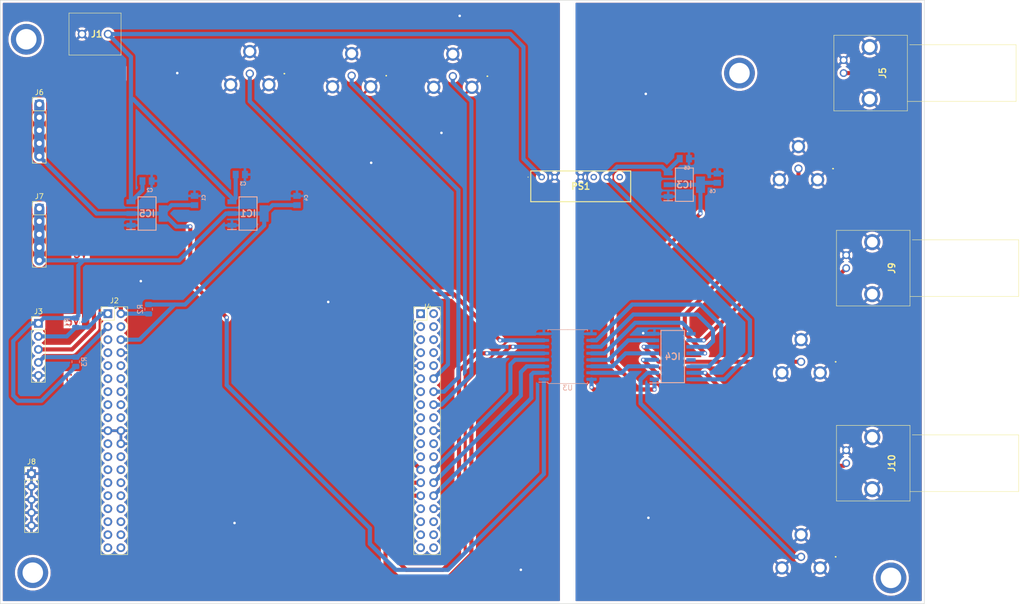
<source format=kicad_pcb>
(kicad_pcb (version 20221018) (generator pcbnew)
  (layers (0 "F.Cu" signal) (31 "B.Cu" signal) (34 "B.Paste" user) (35 "F.Paste" user) (36 "B.SilkS" user "B.Silkscreen") (37 "F.SilkS" user "F.Silkscreen") (38 "B.Mask" user) (39 "F.Mask" user) (44 "Edge.Cuts" user))
  (net 0 "")
  (net 1 "GND1")
  (net 2 "/5V_OUT")
  (net 3 "/15V")
  (net 4 "/3V3_1_OUT")
  (net 5 "GND2")
  (net 6 "/3V3_2_OUT")
  (net 7 "/COAX3")
  (net 8 "unconnected-(IC4-NC-Pad13)")
  (net 9 "/COAX2")
  (net 10 "/COAX1")
  (net 11 "/HALL_A")
  (net 12 "/HALL_B")
  (net 13 "/HALL_C")
  (net 14 "/VDD")
  (net 16 "/PB8-BOOT0")
  (net 17 "/INA")
  (net 21 "/IOREF")
  (net 22 "/PA13")
  (net 24 "/PA14")
  (net 25 "/PA15")
  (net 26 "/PB7")
  (net 27 "/PC13")
  (net 28 "/VIN")
  (net 29 "/PC14")
  (net 31 "/PC15")
  (net 33 "/PF0")
  (net 35 "/PF1")
  (net 37 "/VBAT")
  (net 43 "/INB")
  (net 44 "/INC")
  (net 45 "/IND")
  (net 46 "/INE")
  (net 47 "/INF")
  (net 48 "/PC9")
  (net 50 "/PB8")
  (net 51 "/PC6")
  (net 52 "/PB9")
  (net 53 "/PC5")
  (net 54 "/AVDD")
  (net 55 "/5V_USB_CHGR")
  (net 57 "/PA5")
  (net 61 "/PA7")
  (net 63 "/PB6")
  (net 64 "/PB11")
  (net 65 "/PC7")
  (net 67 "/PB2")
  (net 68 "/CL")
  (net 69 "/BH")
  (net 70 "/CH")
  (net 71 "/AL")
  (net 72 "/BL")
  (net 73 "/AH")
  (net 76 "/PB3")
  (net 77 "/15V_ISO")
  (net 78 "/PC4")
  (net 79 "/PC4{slash}PA2")
  (net 81 "/PC5{slash}PA3")
  (net 85 "/COAX4")
  (net 86 "/COAX5")
  (net 87 "/COAX6")
  (net 88 "/ERR1")
  (net 89 "/ERR2")
  (net 90 "/ERR3")
  (footprint "Importés:52211232" (layer "F.Cu") (at 79.18 56.496)
    (fp_text reference "J14" hide)
    (fp_text value "5221123-2" hide)
  )
  (footprint "Importés:152271617" (layer "F.Cu") (at 195.58 91.948 -90)
    (fp_text reference "J9")
    (fp_text value "1-5227161-7" hide)
  )
  (footprint "Connector_PinHeader_2.54mm:PinHeader_1x05_P2.54mm_Vertical" (layer "F.Cu") (at 37.926 105.284)
    (fp_text reference "J3")
    (fp_text value "Conn_01x05")
  )
  (footprint "Connector_PinHeader_2.54mm:PinHeader_1x05_P2.54mm_Vertical" (layer "F.Cu") (at 36.576 134.625)
    (fp_text reference "J8")
    (fp_text value "Conn_01x05")
  )
  (footprint "Importés:52211232" (layer "F.Cu") (at 186.77 150.876)
    (fp_text reference "J12" hide)
    (fp_text value "5221123-2" hide)
  )
  (footprint "Importés:52211232" (layer "F.Cu") (at 118.804 57.004)
    (fp_text reference "J16" hide)
    (fp_text value "5221123-2" hide)
  )
  (footprint "Importés:52211232" (layer "F.Cu") (at 99.06 56.896)
    (fp_text reference "J15" hide)
    (fp_text value "5221123-2" hide)
  )
  (footprint "Importés:IQ1515SA" (layer "F.Cu") (at 136.144 76.708)
    (fp_text reference "PS1")
    (fp_text value "IQ1515SA" hide)
  )
  (footprint "Connector_PinHeader_2.54mm:PinHeader_2x19_P2.54mm_Vertical" (layer "F.Cu") (at 112.522 103.378)
    (fp_text reference "J4")
    (fp_text value "Conn_02x19_Odd_Even")
  )
  (footprint "Connector_PinHeader_2.54mm:PinHeader_1x05_P2.54mm_Vertical" (layer "F.Cu") (at 38.1 62.484)
    (fp_text reference "J6")
    (fp_text value "Conn_01x05")
  )
  (footprint "Importés:52211232" (layer "F.Cu") (at 186.262 75.056)
    (fp_text reference "J11" hide)
    (fp_text value "5221123-2" hide)
  )
  (footprint "Importés:52211232" (layer "F.Cu") (at 186.77 112.776)
    (fp_text reference "J13" hide)
    (fp_text value "5221123-2" hide)
  )
  (footprint "Connector_PinHeader_2.54mm:PinHeader_1x05_P2.54mm_Vertical" (layer "F.Cu") (at 38.1 82.804)
    (fp_text reference "J7")
    (fp_text value "Conn_01x05")
  )
  (footprint "Connector_PinHeader_2.54mm:PinHeader_2x19_P2.54mm_Vertical" (layer "F.Cu") (at 51.482 103.377)
    (fp_text reference "J2")
    (fp_text value "Conn_02x19_Odd_Even")
  )
  (footprint "Importés:152271617" (layer "F.Cu") (at 195.072 53.848 -90)
    (fp_text reference "J5")
    (fp_text value "1-5227161-7" hide)
  )
  (footprint "15Volts:2828372" (layer "F.Cu") (at 51.516 48.768 180)
    (fp_text reference "J1")
    (fp_text value "282837-2" hide)
  )
  (footprint "Importés:152271617" (layer "F.Cu") (at 195.58 130.048 -90)
    (fp_text reference "J10")
    (fp_text value "1-5227161-7" hide)
  )
  (footprint "Importés:CAPC2012X140N" (layer "B.Cu") (at 59.132 77.47)
    (fp_text reference "C2")
    (fp_text value "1uf")
  )
  (footprint "Importés:CAPC2012X140N" (layer "B.Cu") (at 68.392 81.28 90)
    (fp_text reference "C1")
    (fp_text value "2.2uf")
  )
  (footprint "Resistor_SMD:R_0805_2012Metric" (layer "B.Cu") (at 59.436 102.5125 -90)
    (fp_text reference "R2")
    (fp_text value "330R")
  )
  (footprint "Importés:CAPC2012X140N" (layer "B.Cu") (at 170.42 76.92 90)
    (fp_text reference "C6")
    (fp_text value "2.2uf")
  )
  (footprint "Importés:CAPC2012X140N" (layer "B.Cu") (at 88.392 81.28 90)
    (fp_text reference "C4")
    (fp_text value "2.2uf")
  )
  (footprint "Importés:CD4010BNSR" (layer "B.Cu") (at 161.72 111.76)
    (fp_text reference "IC4")
    (fp_text value "CD4010BNSR" hide)
  )
  (footprint "Package_SO:SOIC-16W_7.5x10.3mm_P1.27mm" (layer "B.Cu") (at 141.224 111.76)
    (fp_text reference "U3")
    (fp_text value "ISO7760DW")
  )
  (footprint "Importés:CAPC2012X140N" (layer "B.Cu") (at 77.332 76.2)
    (fp_text reference "C3")
    (fp_text value "1uf")
  )
  (footprint "Resistor_SMD:R_0805_2012Metric" (layer "B.Cu") (at 45.212 112.776 90)
    (fp_text reference "R3")
    (fp_text value "330R")
  )
  (footprint "Importés:CAPC2012X140N" (layer "B.Cu") (at 163.99 73.11)
    (fp_text reference "C5")
    (fp_text value "1uf")
  )
  (footprint "Resistor_SMD:R_0805_2012Metric" (layer "B.Cu") (at 45.212 105.156 -90)
    (fp_text reference "R1")
    (fp_text value "330R")
  )
  (footprint "Importés:TLV76133DCYR" (layer "B.Cu") (at 59.132 83.82)
    (fp_text reference "IC5")
    (fp_text value "TLV76133DCYR" hide)
  )
  (footprint "Importés:TLV76150DCYR" (layer "B.Cu") (at 78.842 83.82)
    (fp_text reference "IC1")
    (fp_text value "TLV76150DCYR" hide)
  )
  (footprint "Importés:TLV76133DCYR" (layer "B.Cu") (at 163.99 78.19)
    (fp_text reference "IC3")
    (fp_text value "TLV76133DCYR" hide)
  )
  (gr_line (start 210.82 42.164) (end 30.48 42.164) (stroke (width 0.1)) (layer "Edge.Cuts"))
  (gr_line (start 30.48 160.02) (end 210.82 160.02) (stroke (width 0.1)) (layer "Edge.Cuts"))
  (gr_line (start 210.82 160.02) (end 210.82 42.164) (stroke (width 0.1)) (layer "Edge.Cuts"))
  (gr_line (start 30.48 42.164) (end 30.48 160.02) (stroke (width 0.1)) (layer "Edge.Cuts"))
  (gr_text "GND" (at 43.006 116.968) (layer "F.Cu") (effects (font (size 1.5 1.5) (thickness 0.3) bold) (justify left bottom)))
  (gr_text "15V" (at 50.292 57.404) (layer "F.Cu") (effects (font (size 1.5 1.5) (thickness 0.3) bold) (justify left bottom)))
  (gr_text "5V" (at 44.53 92.584) (layer "F.Cu") (effects (font (size 1.5 1.5) (thickness 0.3) bold) (justify left bottom)))
  (gr_text "BL" (at 187.96 94.488) (layer "F.Cu") (effects (font (size 1.5 1.5) (thickness 0.3) bold) (justify left bottom)))
  (gr_text "3,3V" (at 43.006 72.264) (layer "F.Cu") (effects (font (size 1.5 1.5) (thickness 0.3) bold) (justify left bottom)))
  (gr_text "GND" (at 44.196 57.404) (layer "F.Cu") (effects (font (size 1.5 1.5) (thickness 0.3) bold) (justify left bottom)))
  (gr_text "5V" (at 43.006 105.792) (layer "F.Cu") (effects (font (size 1.5 1.5) (thickness 0.3) bold) (justify left bottom)))
  (gr_text "AH" (at 175.768 151.892) (layer "F.Cu") (effects (font (size 1.5 1.5) (thickness 0.3) bold) (justify left bottom)))
  (gr_text "CL" (at 187.96 57.404) (layer "F.Cu") (effects (font (size 1.5 1.5) (thickness 0.3) bold) (justify left bottom)))
  (gr_text "BH" (at 196.596 113.792) (layer "F.Cu") (effects (font (size 1.5 1.5) (thickness 0.3) bold) (justify left bottom)))
  (gr_text "CH" (at 195.58 76.2) (layer "F.Cu") (effects (font (size 1.5 1.5) (thickness 0.3) bold) (justify left bottom)))
  (gr_text "GND" (at 41.148 145.288) (layer "F.Cu") (effects (font (size 1.5 1.5) (thickness 0.3) bold) (justify left bottom)))
  (gr_text "AL" (at 188.976 136.144) (layer "F.Cu") (effects (font (size 1.5 1.5) (thickness 0.3) bold) (justify left bottom)))
  (via (at 36.83 153.9748) (size 6) (drill 4) (layers "F.Cu" "B.Cu") (net 0))
  (via (at 204.3176 154.9908) (size 6) (drill 4) (layers "F.Cu" "B.Cu") (net 0))
  (via (at 35.56 49.784) (size 6) (drill 4) (layers "F.Cu" "B.Cu") (net 0))
  (via (at 174.752 56.388) (size 6) (drill 4) (layers "F.Cu" "B.Cu") (net 0))
  (via (at 116.586 68.072) (size 0.8) (drill 0.5) (layers "F.Cu" "B.Cu") (net 1))
  (via (at 102.87 73.914) (size 0.8) (drill 0.5) (layers "F.Cu" "B.Cu") (net 1))
  (via (at 57.912 97.028) (size 0.8) (drill 0.5) (layers "F.Cu" "B.Cu") (net 1))
  (via (at 132.08 153.416) (size 0.8) (drill 0.5) (layers "F.Cu" "B.Cu") (net 1))
  (via (at 76.2 144.272) (size 0.8) (drill 0.5) (layers "F.Cu" "B.Cu") (net 1))
  (via (at 120.142 45.212) (size 0.8) (drill 0.5) (layers "F.Cu" "B.Cu") (net 1))
  (via (at 94.488 101.092) (size 0.8) (drill 0.5) (layers "F.Cu" "B.Cu") (net 1))
  (via (at 65.024 56.388) (size 0.8) (drill 0.5) (layers "F.Cu" "B.Cu") (net 1))
  (segment (start 65.398 92.964) (end 46.736 92.964) (width 0.8) (layer "B.Cu") (net 2))
  (segment (start 45.72 93.98) (end 46.736 92.964) (width 0.8) (layer "B.Cu") (net 2))
  (segment (start 88.392 82.18) (end 83.632 82.18) (width 0.8) (layer "B.Cu") (net 2))
  (segment (start 46.736 92.964) (end 38.1 92.964) (width 0.8) (layer "B.Cu") (net 2))
  (segment (start 34.036 120.396) (end 33.02 119.38) (width 0.8) (layer "B.Cu") (net 2))
  (segment (start 36.448 105.284) (end 37.926 105.284) (width 0.8) (layer "B.Cu") (net 2))
  (segment (start 54.022 108.457) (end 57.659 108.457) (width 0.8) (layer "B.Cu") (net 2))
  (segment (start 83.632 82.18) (end 81.992 83.82) (width 0.8) (layer "B.Cu") (net 2))
  (segment (start 45.212 104.2435) (end 45.72 103.7355) (width 0.8) (layer "B.Cu") (net 2))
  (segment (start 59.436 101.6) (end 66.548 101.6) (width 0.8) (layer "B.Cu") (net 2))
  (segment (start 81.992 84.74) (end 81.992 83.82) (width 0.25) (layer "B.Cu") (net 2))
  (segment (start 81.992 86.156) (end 81.992 83.82) (width 0.8) (layer "B.Cu") (net 2))
  (segment (start 45.72 103.7355) (end 45.72 93.98) (width 0.8) (layer "B.Cu") (net 2))
  (segment (start 66.548 101.6) (end 81.992 86.156) (width 0.8) (layer "B.Cu") (net 2))
  (segment (start 38.1 90.424) (end 38.1 92.964) (width 2) (layer "B.Cu") (net 2))
  (segment (start 38.1 87.884) (end 38.1 90.424) (width 2) (layer "B.Cu") (net 2))
  (segment (start 38.9665 104.2435) (end 37.926 105.284) (width 0.8) (layer "B.Cu") (net 2))
  (segment (start 38.1 82.804) (end 38.1 85.344) (width 2) (layer "B.Cu") (net 2))
  (segment (start 38.5045 120.396) (end 34.036 120.396) (width 0.8) (layer "B.Cu") (net 2))
  (segment (start 57.659 108.457) (end 64.516 101.6) (width 0.8) (layer "B.Cu") (net 2))
  (segment (start 33.02 108.712) (end 36.448 105.284) (width 0.8) (layer "B.Cu") (net 2))
  (segment (start 81.992 83.82) (end 75.692 83.82) (width 0.8) (layer "B.Cu") (net 2))
  (segment (start 33.02 119.38) (end 33.02 108.712) (width 0.8) (layer "B.Cu") (net 2))
  (segment (start 45.212 104.2435) (end 38.9665 104.2435) (width 0.8) (layer "B.Cu") (net 2))
  (segment (start 38.1 85.344) (end 38.1 87.884) (width 2) (layer "B.Cu") (net 2))
  (segment (start 74.542 83.82) (end 65.398 92.964) (width 0.8) (layer "B.Cu") (net 2))
  (segment (start 45.212 113.6885) (end 38.5045 120.396) (width 0.8) (layer "B.Cu") (net 2))
  (segment (start 75.692 83.82) (end 74.542 83.82) (width 0.8) (layer "B.Cu") (net 2))
  (segment (start 132.588 51.308) (end 132.588 73.152) (width 0.8) (layer "B.Cu") (net 3))
  (segment (start 56.352 81.52) (end 55.982 81.52) (width 0.25) (layer "B.Cu") (net 3))
  (segment (start 55.982 53.234) (end 55.982 61.468) (width 0.8) (layer "B.Cu") (net 3))
  (segment (start 55.982 65.532) (end 55.982 81.52) (width 0.8) (layer "B.Cu") (net 3))
  (segment (start 58.232 79.27) (end 55.982 81.52) (width 0.8) (layer "B.Cu") (net 3))
  (segment (start 75.692 80.772) (end 56.388 61.468) (width 0.8) (layer "B.Cu") (net 3))
  (segment (start 76.432 76.2) (end 76.432 80.78) (width 0.8) (layer "B.Cu") (net 3))
  (segment (start 56.388 61.468) (end 55.982 61.468) (width 0.8) (layer "B.Cu") (net 3))
  (segment (start 75.692 81.52) (end 75.692 80.772) (width 0.8) (layer "B.Cu") (net 3))
  (segment (start 51.516 48.768) (end 55.982 53.234) (width 0.8) (layer "B.Cu") (net 3))
  (segment (start 55.982 61.468) (end 55.982 65.532) (width 0.8) (layer "B.Cu") (net 3))
  (segment (start 130.048 48.768) (end 132.588 51.308) (width 0.8) (layer "B.Cu") (net 3))
  (segment (start 132.588 73.152) (end 136.144 76.708) (width 0.8) (layer "B.Cu") (net 3))
  (segment (start 58.232 77.47) (end 58.232 79.27) (width 0.8) (layer "B.Cu") (net 3))
  (segment (start 76.432 80.78) (end 75.692 81.52) (width 0.8) (layer "B.Cu") (net 3))
  (segment (start 51.516 48.768) (end 130.048 48.768) (width 0.8) (layer "B.Cu") (net 3))
  (segment (start 67.564 97.028) (end 67.564 86.36) (width 0.8) (layer "F.Cu") (net 4))
  (segment (start 74.676 104.14) (end 67.564 97.028) (width 0.8) (layer "F.Cu") (net 4))
  (via (at 74.676 104.14) (size 0.8) (drill 0.5) (layers "F.Cu" "B.Cu") (net 4))
  (via (at 67.564 86.36) (size 0.8) (drill 0.5) (layers "F.Cu" "B.Cu") (net 4))
  (segment (start 38.1 65.024) (end 38.1 67.564) (width 2) (layer "B.Cu") (net 4))
  (segment (start 49.276 83.82) (end 38.1 72.644) (width 0.8) (layer "B.Cu") (net 4))
  (segment (start 55.982 83.82) (end 62.282 83.82) (width 0.8) (layer "B.Cu") (net 4))
  (segment (start 68.392 82.18) (end 63.922 82.18) (width 0.8) (layer "B.Cu") (net 4))
  (segment (start 106.68 152.4) (end 102.616 148.336) (width 0.8) (layer "B.Cu") (net 4))
  (segment (start 102.616 145.288) (end 74.676 117.348) (width 0.8) (layer "B.Cu") (net 4))
  (segment (start 136.574 116.205) (end 136.574 134.698) (width 0.8) (layer "B.Cu") (net 4))
  (segment (start 67.564 86.36) (end 64.822 86.36) (width 0.8) (layer "B.Cu") (net 4))
  (segment (start 63.922 82.18) (end 62.282 83.82) (width 0.8) (layer "B.Cu") (net 4))
  (segment (start 136.574 134.698) (end 117.856 153.416) (width 0.8) (layer "B.Cu") (net 4))
  (segment (start 62.282 84.43) (end 62.282 83.82) (width 0.25) (layer "B.Cu") (net 4))
  (segment (start 38.1 62.484) (end 38.1 65.024) (width 2) (layer "B.Cu") (net 4))
  (segment (start 38.1 67.564) (end 38.1 70.104) (width 2) (layer "B.Cu") (net 4))
  (segment (start 38.1 70.104) (end 38.1 72.644) (width 2) (layer "B.Cu") (net 4))
  (segment (start 64.822 86.36) (end 62.282 83.82) (width 0.8) (layer "B.Cu") (net 4))
  (segment (start 102.616 148.336) (end 102.616 145.288) (width 0.8) (layer "B.Cu") (net 4))
  (segment (start 55.982 83.82) (end 49.276 83.82) (width 0.8) (layer "B.Cu") (net 4))
  (segment (start 117.856 153.416) (end 107.696 153.416) (width 0.8) (layer "B.Cu") (net 4))
  (segment (start 107.696 153.416) (end 106.68 152.4) (width 0.8) (layer "B.Cu") (net 4))
  (segment (start 74.676 117.348) (end 74.676 104.14) (width 0.8) (layer "B.Cu") (net 4))
  (via (at 155.956 107.188) (size 0.8) (drill 0.5) (layers "F.Cu" "B.Cu") (net 5))
  (via (at 156.464 60.452) (size 0.8) (drill 0.5) (layers "F.Cu" "B.Cu") (net 5))
  (via (at 156.972 143.256) (size 0.8) (drill 0.5) (layers "F.Cu" "B.Cu") (net 5))
  (segment (start 158.158 107.315) (end 156.083 107.315) (width 0.8) (layer "B.Cu") (net 5))
  (segment (start 156.083 107.315) (end 155.956 107.188) (width 0.8) (layer "B.Cu") (net 5))
  (segment (start 146.29 118.194) (end 158.158 118.194) (width 0.8) (layer "F.Cu") (net 6))
  (segment (start 158.158 118.194) (end 155.278 118.194) (width 0.8) (layer "F.Cu") (net 6))
  (segment (start 155.278 118.194) (end 149.86 112.776) (width 0.8) (layer "F.Cu") (net 6))
  (segment (start 145.874 117.778) (end 146.29 118.194) (width 0.8) (layer "F.Cu") (net 6))
  (segment (start 149.86 101.092) (end 167.132 83.82) (width 0.8) (layer "F.Cu") (net 6))
  (segment (start 149.86 112.776) (end 149.86 101.092) (width 0.8) (layer "F.Cu") (net 6))
  (via (at 167.132 83.82) (size 0.8) (drill 0.5) (layers "F.Cu" "B.Cu") (net 6))
  (via (at 158.158 118.194) (size 0.8) (drill 0.5) (layers "F.Cu" "B.Cu") (net 6))
  (via (at 145.874 117.778) (size 0.8) (drill 0.5) (layers "F.Cu" "B.Cu") (net 6))
  (segment (start 167.132 78.198) (end 167.14 78.19) (width 0.8) (layer "B.Cu") (net 6))
  (segment (start 170.42 77.82) (end 167.51 77.82) (width 0.8) (layer "B.Cu") (net 6))
  (segment (start 158.158 116.205) (end 158.158 118.194) (width 0.8) (layer "B.Cu") (net 6))
  (segment (start 167.132 83.82) (end 167.132 78.198) (width 0.8) (layer "B.Cu") (net 6))
  (segment (start 145.874 116.205) (end 145.874 117.778) (width 0.8) (layer "B.Cu") (net 6))
  (segment (start 160.84 78.19) (end 167.14 78.19) (width 0.8) (layer "B.Cu") (net 6))
  (segment (start 167.51 77.82) (end 167.14 78.19) (width 0.8) (layer "B.Cu") (net 6))
  (segment (start 159.004 112.776) (end 186.77 112.776) (width 0.8) (layer "F.Cu") (net 7))
  (segment (start 156.083 109.855) (end 159.004 112.776) (width 0.8) (layer "F.Cu") (net 7))
  (via (at 156.083 109.855) (size 0.8) (drill 0.5) (layers "F.Cu" "B.Cu") (net 7))
  (segment (start 158.158 109.855) (end 156.083 109.855) (width 0.8) (layer "B.Cu") (net 7))
  (segment (start 165.282 112.395) (end 164.6395 112.395) (width 0.25) (layer "B.Cu") (net 8))
  (segment (start 176.657 133.096) (end 195.072 133.096) (width 0.8) (layer "F.Cu") (net 9))
  (segment (start 155.956 112.395) (end 176.657 133.096) (width 0.8) (layer "F.Cu") (net 9))
  (segment (start 195.072 133.096) (end 195.58 132.588) (width 0.8) (layer "F.Cu") (net 9))
  (via (at 155.956 112.395) (size 0.8) (drill 0.5) (layers "F.Cu" "B.Cu") (net 9))
  (segment (start 158.158 112.395) (end 155.956 112.395) (width 0.8) (layer "B.Cu") (net 9))
  (segment (start 156.7655 114.935) (end 155.448 116.2525) (width 0.8) (layer "B.Cu") (net 10))
  (segment (start 185.42 150.876) (end 186.77 150.876) (width 0.8) (layer "B.Cu") (net 10))
  (segment (start 158.158 114.935) (end 156.7655 114.935) (width 0.8) (layer "B.Cu") (net 10))
  (segment (start 155.448 120.904) (end 185.42 150.876) (width 0.8) (layer "B.Cu") (net 10))
  (segment (start 155.448 116.2525) (end 155.448 120.904) (width 0.8) (layer "B.Cu") (net 10))
  (segment (start 43.4565 107.824) (end 45.212 106.0685) (width 0.8) (layer "B.Cu") (net 11))
  (segment (start 51.482 103.377) (end 50.292 103.377) (width 0.8) (layer "B.Cu") (net 11))
  (segment (start 47.6005 106.0685) (end 45.212 106.0685) (width 0.8) (layer "B.Cu") (net 11))
  (segment (start 50.292 103.377) (end 47.6005 106.0685) (width 0.8) (layer "B.Cu") (net 11))
  (segment (start 37.926 107.824) (end 43.4565 107.824) (width 0.8) (layer "B.Cu") (net 11))
  (segment (start 50.292 103.377) (end 49.952 103.377) (width 0.8) (layer "B.Cu") (net 11))
  (segment (start 48.768 106.091) (end 48.768 101.092) (width 0.8) (layer "F.Cu") (net 12))
  (segment (start 49.784 100.076) (end 51.923081 100.076) (width 0.8) (layer "F.Cu") (net 12))
  (segment (start 37.926 110.364) (end 44.495 110.364) (width 0.8) (layer "F.Cu") (net 12))
  (segment (start 51.923081 100.076) (end 54.022 102.174919) (width 0.8) (layer "F.Cu") (net 12))
  (segment (start 54.022 102.174919) (end 54.022 103.377) (width 0.8) (layer "F.Cu") (net 12))
  (segment (start 44.495 110.364) (end 48.768 106.091) (width 0.8) (layer "F.Cu") (net 12))
  (segment (start 48.768 101.092) (end 49.784 100.076) (width 0.8) (layer "F.Cu") (net 12))
  (segment (start 59.388 103.377) (end 59.436 103.425) (width 0.8) (layer "B.Cu") (net 12))
  (segment (start 54.022 103.377) (end 59.388 103.377) (width 0.8) (layer "B.Cu") (net 12))
  (segment (start 45.5355 111.8635) (end 45.212 111.8635) (width 0.8) (layer "B.Cu") (net 13))
  (segment (start 37.926 112.904) (end 38.9665 111.8635) (width 0.8) (layer "B.Cu") (net 13))
  (segment (start 38.9665 111.8635) (end 45.212 111.8635) (width 0.8) (layer "B.Cu") (net 13))
  (segment (start 51.482 105.917) (end 45.5355 111.8635) (width 0.8) (layer "B.Cu") (net 13))
  (segment (start 151.765 114.935) (end 153.035 113.665) (width 0.8) (layer "B.Cu") (net 17))
  (segment (start 145.874 114.935) (end 151.765 114.935) (width 0.8) (layer "B.Cu") (net 17))
  (segment (start 153.035 113.665) (end 158.158 113.665) (width 0.8) (layer "B.Cu") (net 17))
  (segment (start 145.874 113.665) (end 149.987 113.665) (width 0.8) (layer "B.Cu") (net 43))
  (segment (start 149.987 113.665) (end 152.527 111.125) (width 0.8) (layer "B.Cu") (net 43))
  (segment (start 152.527 111.125) (end 158.158 111.125) (width 0.8) (layer "B.Cu") (net 43))
  (segment (start 153.035 108.585) (end 158.158 108.585) (width 0.8) (layer "B.Cu") (net 44))
  (segment (start 145.874 112.395) (end 149.225 112.395) (width 0.8) (layer "B.Cu") (net 44))
  (segment (start 149.225 112.395) (end 153.035 108.585) (width 0.8) (layer "B.Cu") (net 44))
  (segment (start 145.874 111.125) (end 148.431366 111.125) (width 0.8) (layer "B.Cu") (net 45))
  (segment (start 154.400366 105.156) (end 163.576 105.156) (width 0.8) (layer "B.Cu") (net 45))
  (segment (start 163.576 105.156) (end 165.282 106.862) (width 0.8) (layer "B.Cu") (net 45))
  (segment (start 165.282 106.862) (end 165.282 107.315) (width 0.8) (layer "B.Cu") (net 45))
  (segment (start 148.431366 111.125) (end 154.400366 105.156) (width 0.8) (layer "B.Cu") (net 45))
  (segment (start 145.874 109.855) (end 147.701 109.855) (width 0.8) (layer "B.Cu") (net 46))
  (segment (start 147.701 109.855) (end 154.008 103.548) (width 0.8) (layer "B.Cu") (net 46))
  (segment (start 154.008 103.548) (end 166.54 103.548) (width 0.8) (layer "B.Cu") (net 46))
  (segment (start 168.529 109.855) (end 165.282 109.855) (width 0.8) (layer "B.Cu") (net 46))
  (segment (start 166.54 103.548) (end 169.588 106.596) (width 0.8) (layer "B.Cu") (net 46))
  (segment (start 169.588 108.796) (end 168.529 109.855) (width 0.8) (layer "B.Cu") (net 46))
  (segment (start 169.588 106.596) (end 169.588 108.796) (width 0.8) (layer "B.Cu") (net 46))
  (segment (start 167.132 101.6) (end 171.196 105.664) (width 0.8) (layer "B.Cu") (net 47))
  (segment (start 145.874 108.585) (end 146.831082 108.585) (width 0.8) (layer "B.Cu") (net 47))
  (segment (start 168.783 113.665) (end 165.282 113.665) (width 0.8) (layer "B.Cu") (net 47))
  (segment (start 171.196 105.664) (end 171.196 111.252) (width 0.8) (layer "B.Cu") (net 47))
  (segment (start 146.831082 108.585) (end 153.816082 101.6) (width 0.8) (layer "B.Cu") (net 47))
  (segment (start 153.816082 101.6) (end 167.132 101.6) (width 0.8) (layer "B.Cu") (net 47))
  (segment (start 165.282 113.665) (end 164.7195 113.665) (width 0.25) (layer "B.Cu") (net 47))
  (segment (start 171.196 111.252) (end 168.783 113.665) (width 0.8) (layer "B.Cu") (net 47))
  (segment (start 128.016 108.585) (end 118.999 99.568) (width 0.8) (layer "F.Cu") (net 68))
  (segment (start 110.236 99.568) (end 107.696 102.108) (width 0.8) (layer "F.Cu") (net 68))
  (segment (start 107.696 102.108) (end 107.696 129.032) (width 0.8) (layer "F.Cu") (net 68))
  (segment (start 118.999 99.568) (end 110.236 99.568) (width 0.8) (layer "F.Cu") (net 68))
  (segment (start 107.696 129.032) (end 112.522 133.858) (width 0.8) (layer "F.Cu") (net 68))
  (via (at 128.016 108.585) (size 0.8) (drill 0.5) (layers "F.Cu" "B.Cu") (net 68))
  (segment (start 128.016 108.585) (end 136.574 108.585) (width 0.8) (layer "B.Cu") (net 68))
  (segment (start 112.516415 133.858) (end 112.522 133.858) (width 1.5) (layer "B.Cu") (net 68))
  (segment (start 130.937 112.395) (end 136.574 112.395) (width 0.8) (layer "B.Cu") (net 69))
  (segment (start 130.048 118.872) (end 130.048 113.284) (width 0.8) (layer "B.Cu") (net 69))
  (segment (start 115.062 133.858) (end 130.048 118.872) (width 0.8) (layer "B.Cu") (net 69))
  (segment (start 130.048 113.284) (end 130.937 112.395) (width 0.8) (layer "B.Cu") (net 69))
  (segment (start 105.664 141.732) (end 110.998 136.398) (width 0.8) (layer "F.Cu") (net 70))
  (segment (start 130.556 109.855) (end 129.921 109.855) (width 0.8) (layer "F.Cu") (net 70))
  (segment (start 108.712 155.448) (end 105.664 152.4) (width 0.8) (layer "F.Cu") (net 70))
  (segment (start 122.428 117.348) (end 122.428 150.368) (width 0.8) (layer "F.Cu") (net 70))
  (segment (start 110.998 136.398) (end 112.522 136.398) (width 0.8) (layer "F.Cu") (net 70))
  (segment (start 105.664 152.4) (end 105.664 141.732) (width 0.8) (layer "F.Cu") (net 70))
  (segment (start 122.428 150.368) (end 117.348 155.448) (width 0.8) (layer "F.Cu") (net 70))
  (segment (start 117.348 155.448) (end 108.712 155.448) (width 0.8) (layer "F.Cu") (net 70))
  (segment (start 129.921 109.855) (end 122.428 117.348) (width 0.8) (layer "F.Cu") (net 70))
  (via (at 130.556 109.855) (size 0.8) (drill 0.5) (layers "F.Cu" "B.Cu") (net 70))
  (segment (start 136.574 109.855) (end 130.556 109.855) (width 0.8) (layer "B.Cu") (net 70))
  (segment (start 115.062 136.398) (end 132.08 119.38) (width 0.8) (layer "B.Cu") (net 71))
  (segment (start 133.223 113.665) (end 136.574 113.665) (width 0.8) (layer "B.Cu") (net 71))
  (segment (start 132.08 119.38) (end 132.08 114.808) (width 0.8) (layer "B.Cu") (net 71))
  (segment (start 132.08 114.808) (end 133.223 113.665) (width 0.8) (layer "B.Cu") (net 71))
  (segment (start 120.015 150.241) (end 116.84 153.416) (width 0.8) (layer "F.Cu") (net 72))
  (segment (start 107.696 141.732) (end 110.49 138.938) (width 0.8) (layer "F.Cu") (net 72))
  (segment (start 116.84 153.416) (end 109.728 153.416) (width 0.8) (layer "F.Cu") (net 72))
  (segment (start 120.015 114.554) (end 120.015 150.241) (width 0.8) (layer "F.Cu") (net 72))
  (segment (start 125.476 111.125) (end 123.444 111.125) (width 0.8) (layer "F.Cu") (net 72))
  (segment (start 110.49 138.938) (end 112.522 138.938) (width 0.8) (layer "F.Cu") (net 72))
  (segment (start 109.728 153.416) (end 107.696 151.384) (width 0.8) (layer "F.Cu") (net 72))
  (segment (start 107.696 151.384) (end 107.696 141.732) (width 0.8) (layer "F.Cu") (net 72))
  (segment (start 123.444 111.125) (end 120.015 114.554) (width 0.8) (layer "F.Cu") (net 72))
  (via (at 125.476 111.125) (size 0.8) (drill 0.5) (layers "F.Cu" "B.Cu") (net 72))
  (segment (start 136.574 111.125) (end 125.476 111.125) (width 0.8) (layer "B.Cu") (net 72))
  (segment (start 134.112 119.888) (end 134.112 115.316) (width 0.8) (layer "B.Cu") (net 73))
  (segment (start 115.062 138.938) (end 134.112 119.888) (width 0.8) (layer "B.Cu") (net 73))
  (segment (start 134.493 114.935) (end 136.574 114.935) (width 0.8) (layer "B.Cu") (net 73))
  (segment (start 134.112 115.316) (end 134.493 114.935) (width 0.8) (layer "B.Cu") (net 73))
  (segment (start 171.831 116.205) (end 176.784 111.252) (width 0.8) (layer "B.Cu") (net 77))
  (segment (start 165.282 116.205) (end 171.831 116.205) (width 0.8) (layer "B.Cu") (net 77))
  (segment (start 163.09 73.11) (end 163.09 73.64) (width 0.25) (layer "B.Cu") (net 77))
  (segment (start 159.626 74.676) (end 160.84 75.89) (width 0.8) (layer "B.Cu") (net 77))
  (segment (start 160.84 75.89) (end 160.84 75.36) (width 0.8) (layer "B.Cu") (net 77))
  (segment (start 148.844 76.708) (end 150.876 74.676) (width 0.8) (layer "B.Cu") (net 77))
  (segment (start 176.784 111.252) (end 176.784 104.648) (width 0.8) (layer "B.Cu") (net 77))
  (segment (start 163.3 73.32) (end 163.09 73.11) (width 0.25) (layer "B.Cu") (net 77))
  (segment (start 160.84 75.36) (end 163.09 73.11) (width 0.8) (layer "B.Cu") (net 77))
  (segment (start 176.784 104.648) (end 148.844 76.708) (width 0.8) (layer "B.Cu") (net 77))
  (segment (start 150.876 74.676) (end 159.626 74.676) (width 0.8) (layer "B.Cu") (net 77))
  (segment (start 194.056 96.012) (end 195.58 94.488) (width 0.8) (layer "F.Cu") (net 85))
  (segment (start 180.34 96.012) (end 194.056 96.012) (width 0.8) (layer "F.Cu") (net 85))
  (segment (start 167.767 108.585) (end 180.34 96.012) (width 0.8) (layer "F.Cu") (net 85))
  (via (at 167.767 108.585) (size 0.8) (drill 0.5) (layers "F.Cu" "B.Cu") (net 85))
  (segment (start 165.282 108.585) (end 167.767 108.585) (width 0.8) (layer "B.Cu") (net 85))
  (segment (start 165.282 108.585) (end 164.7195 108.585) (width 0.25) (layer "B.Cu") (net 85))
  (segment (start 186.262 81.454) (end 186.262 75.056) (width 0.8) (layer "F.Cu") (net 86))
  (segment (start 164.084 107.188) (end 164.084 103.632) (width 0.8) (layer "F.Cu") (net 86))
  (segment (start 168.021 111.125) (end 164.084 107.188) (width 0.8) (layer "F.Cu") (net 86))
  (segment (start 164.084 103.632) (end 186.262 81.454) (width 0.8) (layer "F.Cu") (net 86))
  (via (at 168.021 111.125) (size 0.8) (drill 0.5) (layers "F.Cu" "B.Cu") (net 86))
  (segment (start 165.282 111.125) (end 164.7195 111.125) (width 0.25) (layer "B.Cu") (net 86))
  (segment (start 165.282 111.125) (end 164.67 111.125) (width 0.25) (layer "B.Cu") (net 86))
  (segment (start 165.282 111.125) (end 168.021 111.125) (width 0.8) (layer "B.Cu") (net 86))
  (segment (start 206.248 59.436) (end 203.2 56.388) (width 0.8) (layer "F.Cu") (net 87))
  (segment (start 175.006 121.92) (end 204.724 121.92) (width 0.8) (layer "F.Cu") (net 87))
  (segment (start 203.2 56.388) (end 195.072 56.388) (width 0.8) (layer "F.Cu") (net 87))
  (segment (start 168.021 114.935) (end 175.006 121.92) (width 0.8) (layer "F.Cu") (net 87))
  (segment (start 206.248 120.396) (end 206.248 59.436) (width 0.8) (layer "F.Cu") (net 87))
  (segment (start 204.724 121.92) (end 206.248 120.396) (width 0.8) (layer "F.Cu") (net 87))
  (via (at 168.021 114.935) (size 0.8) (drill 0.5) (layers "F.Cu" "B.Cu") (net 87))
  (segment (start 165.282 114.935) (end 168.021 114.935) (width 0.8) (layer "B.Cu") (net 87))
  (segment (start 165.282 114.935) (end 165.8445 114.935) (width 0.25) (layer "B.Cu") (net 87))
  (segment (start 117.856 100.584) (end 117.856 113.284) (width 0.8) (layer "B.Cu") (net 88))
  (segment (start 117.856 113.284) (end 115.062 116.078) (width 0.8) (layer "B.Cu") (net 88))
  (segment (start 79.18 61.908) (end 117.856 100.584) (width 0.8) (layer "B.Cu") (net 88))
  (segment (start 79.18 56.496) (end 79.18 61.908) (width 0.8) (layer "B.Cu") (net 88))
  (segment (start 119.888 79.248) (end 119.888 115.824) (width 0.8) (layer "B.Cu") (net 89))
  (segment (start 117.094 118.618) (end 115.062 118.618) (width 0.8) (layer "B.Cu") (net 89))
  (segment (start 99.06 56.896) (end 99.06 58.42) (width 0.8) (layer "B.Cu") (net 89))
  (segment (start 119.888 115.824) (end 117.094 118.618) (width 0.8) (layer "B.Cu") (net 89))
  (segment (start 99.06 58.42) (end 119.888 79.248) (width 0.8) (layer "B.Cu") (net 89))
  (segment (start 116.586 121.158) (end 115.062 121.158) (width 0.8) (layer "B.Cu") (net 90))
  (segment (start 118.804 58.258892) (end 122.428 61.882892) (width 0.8) (layer "B.Cu") (net 90))
  (segment (start 122.428 115.316) (end 116.586 121.158) (width 0.8) (layer "B.Cu") (net 90))
  (segment (start 122.428 61.882892) (end 122.428 115.316) (width 0.8) (layer "B.Cu") (net 90))
  (segment (start 118.804 57.004) (end 118.804 58.258892) (width 0.8) (layer "B.Cu") (net 90))
  (zone (net 5) (net_name "GND2") (layers "F&B.Cu") (priority 1) (connect_pads (clearance 0.5)) (min_thickness 0.25) (fill yes (thermal_gap 0.5) (thermal_bridge_width 0.5))
    (polygon (pts (xy 142.748 42.164) (xy 210.82 42.164) (xy 210.82 160.02) (xy 142.748 160.02)))
  )
  (zone (net 1) (net_name "GND1") (layers "F&B.Cu") (connect_pads (clearance 0.5)) (min_thickness 0.25) (fill yes (thermal_gap 0.5) (thermal_bridge_width 0.5))
    (polygon (pts (xy 139.7 76.708) (xy 139.7 42.164) (xy 30.48 42.164) (xy 30.48 160.02) (xy 139.7 160.02)))
  )
)
</source>
